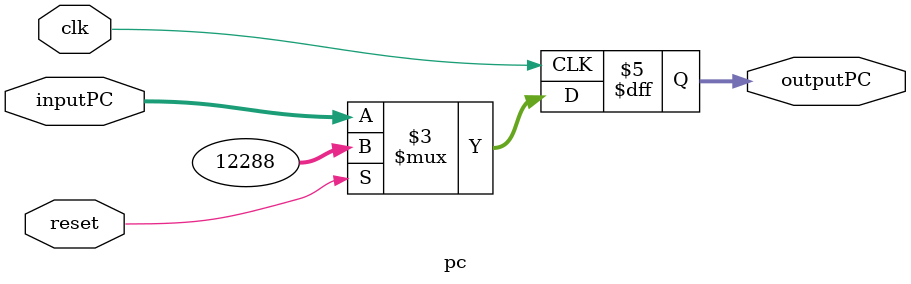
<source format=v>
module pc(
    input [31:0]inputPC,
    input clk,
    input reset,
    output reg [31:0]outputPC
);
    always@(posedge clk)begin
        outputPC <= inputPC;
        $display("pc:%x", outputPC);
        if(reset == 1)
            outputPC <= 32'h00003000;
    end

endmodule

</source>
